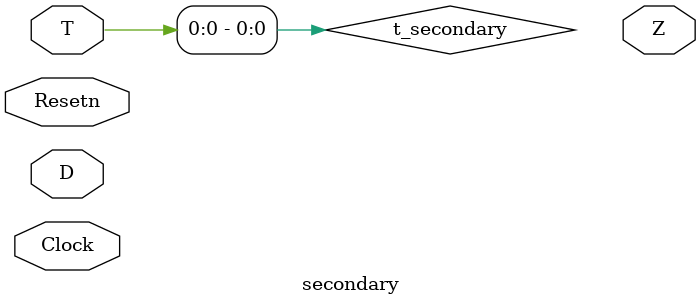
<source format=v>
module secondary(D, T, Clock, Resetn,Z);
input Clock, Resetn;
input [31:0]T;
//where D[0] repesents 1 car and D[1] repesents more than one car
input [0:1]D;
output [0:1]Z;

assign t_secondary = T;
assign t_secondary = 2*T;

//y is the current state
reg [2:1]y;

//A is green
//B is Yellow
//C is Red

parameter[2:1] A = 2'b00, B = 2'b01, C = 2'b10;

//efine the sequential block

always @ ( negedge Resetn, posedge Clock)
	if ( Resetn == 0) y <= A;
else
		case(y)
			//when D = 0 do nothing
			C : if (!D[0]) 	y <= C;				 
				 
				 else if (D[1])
				//timer for max amount of green time called t_secondary
						y <= A;
				//timer for min amount of time, t_yellow
				 else	 y <= A;
			// input Timer(4/2,Resetn, Clock, Q) once it finishes then change to C	 
			B : 		y <= C;
			
			A : 		y <= A;
			
			default: y <= 2'bxx;
		endcase
		
endmodule
</source>
